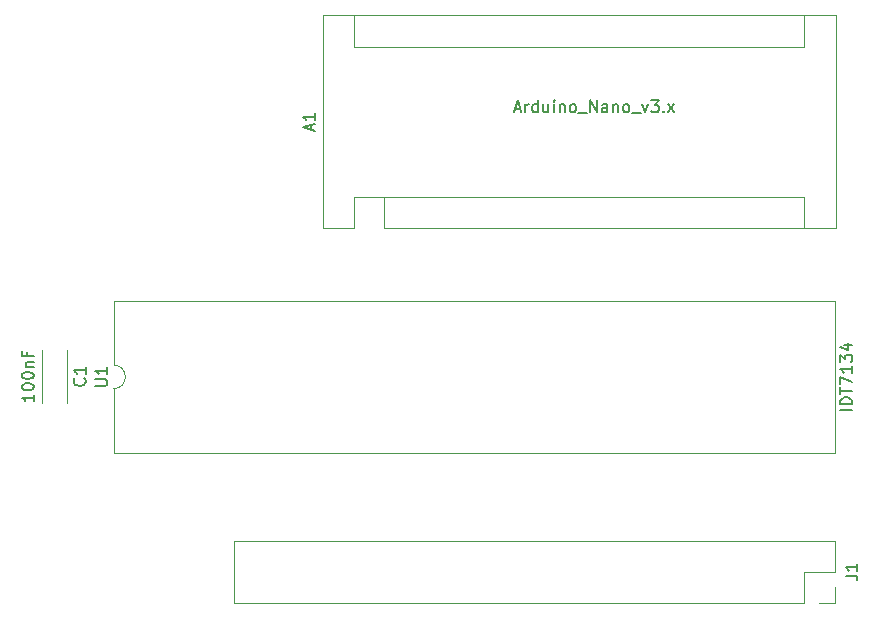
<source format=gbr>
G04 #@! TF.GenerationSoftware,KiCad,Pcbnew,(5.1.0-0)*
G04 #@! TF.CreationDate,2019-11-12T00:37:01-08:00*
G04 #@! TF.ProjectId,ArduinoSerialCard,41726475-696e-46f5-9365-7269616c4361,rev?*
G04 #@! TF.SameCoordinates,Original*
G04 #@! TF.FileFunction,Legend,Top*
G04 #@! TF.FilePolarity,Positive*
%FSLAX46Y46*%
G04 Gerber Fmt 4.6, Leading zero omitted, Abs format (unit mm)*
G04 Created by KiCad (PCBNEW (5.1.0-0)) date 2019-11-12 00:37:01*
%MOMM*%
%LPD*%
G04 APERTURE LIST*
%ADD10C,0.120000*%
%ADD11C,0.150000*%
G04 APERTURE END LIST*
D10*
X100200000Y-63370000D02*
X100200000Y-81410000D01*
X143640000Y-63370000D02*
X100200000Y-63370000D01*
X143640000Y-81410000D02*
X143640000Y-63370000D01*
X140970000Y-78740000D02*
X140970000Y-81410000D01*
X105410000Y-78740000D02*
X140970000Y-78740000D01*
X105410000Y-78740000D02*
X105410000Y-81410000D01*
X140970000Y-66040000D02*
X140970000Y-63370000D01*
X102870000Y-66040000D02*
X140970000Y-66040000D01*
X102870000Y-66040000D02*
X102870000Y-63370000D01*
X100200000Y-81410000D02*
X102870000Y-81410000D01*
X105410000Y-81410000D02*
X143640000Y-81410000D01*
X102870000Y-78740000D02*
X102870000Y-81410000D01*
X105410000Y-78740000D02*
X102870000Y-78740000D01*
X82490000Y-87520000D02*
X82490000Y-92980000D01*
X143570000Y-87520000D02*
X82490000Y-87520000D01*
X143570000Y-100440000D02*
X143570000Y-87520000D01*
X82490000Y-100440000D02*
X143570000Y-100440000D01*
X82490000Y-94980000D02*
X82490000Y-100440000D01*
X82490000Y-92980000D02*
G75*
G02X82490000Y-94980000I0J-1000000D01*
G01*
X76415000Y-96210000D02*
X76400000Y-96210000D01*
X78540000Y-96210000D02*
X78525000Y-96210000D01*
X76415000Y-91670000D02*
X76400000Y-91670000D01*
X78540000Y-91670000D02*
X78525000Y-91670000D01*
X76400000Y-91670000D02*
X76400000Y-96210000D01*
X78540000Y-91670000D02*
X78540000Y-96210000D01*
X143570000Y-111760000D02*
X143570000Y-113090000D01*
X143570000Y-113090000D02*
X142240000Y-113090000D01*
X143570000Y-110490000D02*
X140970000Y-110490000D01*
X140970000Y-110490000D02*
X140970000Y-113090000D01*
X140970000Y-113090000D02*
X92650000Y-113090000D01*
X92650000Y-107890000D02*
X92650000Y-113090000D01*
X143570000Y-107890000D02*
X92650000Y-107890000D01*
X143570000Y-107890000D02*
X143570000Y-110490000D01*
D11*
X99226666Y-73104285D02*
X99226666Y-72628095D01*
X99512380Y-73199523D02*
X98512380Y-72866190D01*
X99512380Y-72532857D01*
X99512380Y-71675714D02*
X99512380Y-72247142D01*
X99512380Y-71961428D02*
X98512380Y-71961428D01*
X98655238Y-72056666D01*
X98750476Y-72151904D01*
X98798095Y-72247142D01*
X116451904Y-71286666D02*
X116928095Y-71286666D01*
X116356666Y-71572380D02*
X116690000Y-70572380D01*
X117023333Y-71572380D01*
X117356666Y-71572380D02*
X117356666Y-70905714D01*
X117356666Y-71096190D02*
X117404285Y-71000952D01*
X117451904Y-70953333D01*
X117547142Y-70905714D01*
X117642380Y-70905714D01*
X118404285Y-71572380D02*
X118404285Y-70572380D01*
X118404285Y-71524761D02*
X118309047Y-71572380D01*
X118118571Y-71572380D01*
X118023333Y-71524761D01*
X117975714Y-71477142D01*
X117928095Y-71381904D01*
X117928095Y-71096190D01*
X117975714Y-71000952D01*
X118023333Y-70953333D01*
X118118571Y-70905714D01*
X118309047Y-70905714D01*
X118404285Y-70953333D01*
X119309047Y-70905714D02*
X119309047Y-71572380D01*
X118880476Y-70905714D02*
X118880476Y-71429523D01*
X118928095Y-71524761D01*
X119023333Y-71572380D01*
X119166190Y-71572380D01*
X119261428Y-71524761D01*
X119309047Y-71477142D01*
X119785238Y-71572380D02*
X119785238Y-70905714D01*
X119785238Y-70572380D02*
X119737619Y-70620000D01*
X119785238Y-70667619D01*
X119832857Y-70620000D01*
X119785238Y-70572380D01*
X119785238Y-70667619D01*
X120261428Y-70905714D02*
X120261428Y-71572380D01*
X120261428Y-71000952D02*
X120309047Y-70953333D01*
X120404285Y-70905714D01*
X120547142Y-70905714D01*
X120642380Y-70953333D01*
X120690000Y-71048571D01*
X120690000Y-71572380D01*
X121309047Y-71572380D02*
X121213809Y-71524761D01*
X121166190Y-71477142D01*
X121118571Y-71381904D01*
X121118571Y-71096190D01*
X121166190Y-71000952D01*
X121213809Y-70953333D01*
X121309047Y-70905714D01*
X121451904Y-70905714D01*
X121547142Y-70953333D01*
X121594761Y-71000952D01*
X121642380Y-71096190D01*
X121642380Y-71381904D01*
X121594761Y-71477142D01*
X121547142Y-71524761D01*
X121451904Y-71572380D01*
X121309047Y-71572380D01*
X121832857Y-71667619D02*
X122594761Y-71667619D01*
X122832857Y-71572380D02*
X122832857Y-70572380D01*
X123404285Y-71572380D01*
X123404285Y-70572380D01*
X124309047Y-71572380D02*
X124309047Y-71048571D01*
X124261428Y-70953333D01*
X124166190Y-70905714D01*
X123975714Y-70905714D01*
X123880476Y-70953333D01*
X124309047Y-71524761D02*
X124213809Y-71572380D01*
X123975714Y-71572380D01*
X123880476Y-71524761D01*
X123832857Y-71429523D01*
X123832857Y-71334285D01*
X123880476Y-71239047D01*
X123975714Y-71191428D01*
X124213809Y-71191428D01*
X124309047Y-71143809D01*
X124785238Y-70905714D02*
X124785238Y-71572380D01*
X124785238Y-71000952D02*
X124832857Y-70953333D01*
X124928095Y-70905714D01*
X125070952Y-70905714D01*
X125166190Y-70953333D01*
X125213809Y-71048571D01*
X125213809Y-71572380D01*
X125832857Y-71572380D02*
X125737619Y-71524761D01*
X125690000Y-71477142D01*
X125642380Y-71381904D01*
X125642380Y-71096190D01*
X125690000Y-71000952D01*
X125737619Y-70953333D01*
X125832857Y-70905714D01*
X125975714Y-70905714D01*
X126070952Y-70953333D01*
X126118571Y-71000952D01*
X126166190Y-71096190D01*
X126166190Y-71381904D01*
X126118571Y-71477142D01*
X126070952Y-71524761D01*
X125975714Y-71572380D01*
X125832857Y-71572380D01*
X126356666Y-71667619D02*
X127118571Y-71667619D01*
X127261428Y-70905714D02*
X127499523Y-71572380D01*
X127737619Y-70905714D01*
X128023333Y-70572380D02*
X128642380Y-70572380D01*
X128309047Y-70953333D01*
X128451904Y-70953333D01*
X128547142Y-71000952D01*
X128594761Y-71048571D01*
X128642380Y-71143809D01*
X128642380Y-71381904D01*
X128594761Y-71477142D01*
X128547142Y-71524761D01*
X128451904Y-71572380D01*
X128166190Y-71572380D01*
X128070952Y-71524761D01*
X128023333Y-71477142D01*
X129070952Y-71477142D02*
X129118571Y-71524761D01*
X129070952Y-71572380D01*
X129023333Y-71524761D01*
X129070952Y-71477142D01*
X129070952Y-71572380D01*
X129451904Y-71572380D02*
X129975714Y-70905714D01*
X129451904Y-70905714D02*
X129975714Y-71572380D01*
X80942380Y-94741904D02*
X81751904Y-94741904D01*
X81847142Y-94694285D01*
X81894761Y-94646666D01*
X81942380Y-94551428D01*
X81942380Y-94360952D01*
X81894761Y-94265714D01*
X81847142Y-94218095D01*
X81751904Y-94170476D01*
X80942380Y-94170476D01*
X81942380Y-93170476D02*
X81942380Y-93741904D01*
X81942380Y-93456190D02*
X80942380Y-93456190D01*
X81085238Y-93551428D01*
X81180476Y-93646666D01*
X81228095Y-93741904D01*
X145022380Y-96765714D02*
X144022380Y-96765714D01*
X145022380Y-96289523D02*
X144022380Y-96289523D01*
X144022380Y-96051428D01*
X144070000Y-95908571D01*
X144165238Y-95813333D01*
X144260476Y-95765714D01*
X144450952Y-95718095D01*
X144593809Y-95718095D01*
X144784285Y-95765714D01*
X144879523Y-95813333D01*
X144974761Y-95908571D01*
X145022380Y-96051428D01*
X145022380Y-96289523D01*
X144022380Y-95432380D02*
X144022380Y-94860952D01*
X145022380Y-95146666D02*
X144022380Y-95146666D01*
X144022380Y-94622857D02*
X144022380Y-93956190D01*
X145022380Y-94384761D01*
X145022380Y-93051428D02*
X145022380Y-93622857D01*
X145022380Y-93337142D02*
X144022380Y-93337142D01*
X144165238Y-93432380D01*
X144260476Y-93527619D01*
X144308095Y-93622857D01*
X144022380Y-92718095D02*
X144022380Y-92099047D01*
X144403333Y-92432380D01*
X144403333Y-92289523D01*
X144450952Y-92194285D01*
X144498571Y-92146666D01*
X144593809Y-92099047D01*
X144831904Y-92099047D01*
X144927142Y-92146666D01*
X144974761Y-92194285D01*
X145022380Y-92289523D01*
X145022380Y-92575238D01*
X144974761Y-92670476D01*
X144927142Y-92718095D01*
X144355714Y-91241904D02*
X145022380Y-91241904D01*
X143974761Y-91480000D02*
X144689047Y-91718095D01*
X144689047Y-91099047D01*
X80027142Y-94106666D02*
X80074761Y-94154285D01*
X80122380Y-94297142D01*
X80122380Y-94392380D01*
X80074761Y-94535238D01*
X79979523Y-94630476D01*
X79884285Y-94678095D01*
X79693809Y-94725714D01*
X79550952Y-94725714D01*
X79360476Y-94678095D01*
X79265238Y-94630476D01*
X79170000Y-94535238D01*
X79122380Y-94392380D01*
X79122380Y-94297142D01*
X79170000Y-94154285D01*
X79217619Y-94106666D01*
X80122380Y-93154285D02*
X80122380Y-93725714D01*
X80122380Y-93440000D02*
X79122380Y-93440000D01*
X79265238Y-93535238D01*
X79360476Y-93630476D01*
X79408095Y-93725714D01*
X75722380Y-95487619D02*
X75722380Y-96059047D01*
X75722380Y-95773333D02*
X74722380Y-95773333D01*
X74865238Y-95868571D01*
X74960476Y-95963809D01*
X75008095Y-96059047D01*
X74722380Y-94868571D02*
X74722380Y-94773333D01*
X74770000Y-94678095D01*
X74817619Y-94630476D01*
X74912857Y-94582857D01*
X75103333Y-94535238D01*
X75341428Y-94535238D01*
X75531904Y-94582857D01*
X75627142Y-94630476D01*
X75674761Y-94678095D01*
X75722380Y-94773333D01*
X75722380Y-94868571D01*
X75674761Y-94963809D01*
X75627142Y-95011428D01*
X75531904Y-95059047D01*
X75341428Y-95106666D01*
X75103333Y-95106666D01*
X74912857Y-95059047D01*
X74817619Y-95011428D01*
X74770000Y-94963809D01*
X74722380Y-94868571D01*
X74722380Y-93916190D02*
X74722380Y-93820952D01*
X74770000Y-93725714D01*
X74817619Y-93678095D01*
X74912857Y-93630476D01*
X75103333Y-93582857D01*
X75341428Y-93582857D01*
X75531904Y-93630476D01*
X75627142Y-93678095D01*
X75674761Y-93725714D01*
X75722380Y-93820952D01*
X75722380Y-93916190D01*
X75674761Y-94011428D01*
X75627142Y-94059047D01*
X75531904Y-94106666D01*
X75341428Y-94154285D01*
X75103333Y-94154285D01*
X74912857Y-94106666D01*
X74817619Y-94059047D01*
X74770000Y-94011428D01*
X74722380Y-93916190D01*
X75055714Y-93154285D02*
X75722380Y-93154285D01*
X75150952Y-93154285D02*
X75103333Y-93106666D01*
X75055714Y-93011428D01*
X75055714Y-92868571D01*
X75103333Y-92773333D01*
X75198571Y-92725714D01*
X75722380Y-92725714D01*
X75198571Y-91916190D02*
X75198571Y-92249523D01*
X75722380Y-92249523D02*
X74722380Y-92249523D01*
X74722380Y-91773333D01*
X144462380Y-110823333D02*
X145176666Y-110823333D01*
X145319523Y-110870952D01*
X145414761Y-110966190D01*
X145462380Y-111109047D01*
X145462380Y-111204285D01*
X145462380Y-109823333D02*
X145462380Y-110394761D01*
X145462380Y-110109047D02*
X144462380Y-110109047D01*
X144605238Y-110204285D01*
X144700476Y-110299523D01*
X144748095Y-110394761D01*
M02*

</source>
